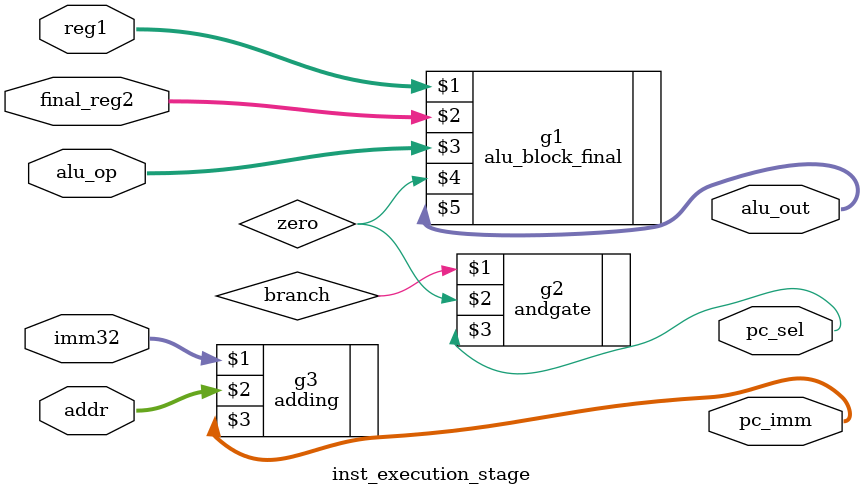
<source format=sv>

module inst_execution_stage #(parameter N=32) (input logic [N-1:0]imm32,addr,reg1,final_reg2,input logic [3:0]alu_op,output logic pc_sel,output logic [N-1:0]pc_imm,alu_out);
wire zero,branch;

alu_block_final g1(reg1,final_reg2,alu_op,zero,alu_out);
andgate g2(branch,zero,pc_sel);
adding g3(imm32,addr,pc_imm);

endmodule

</source>
